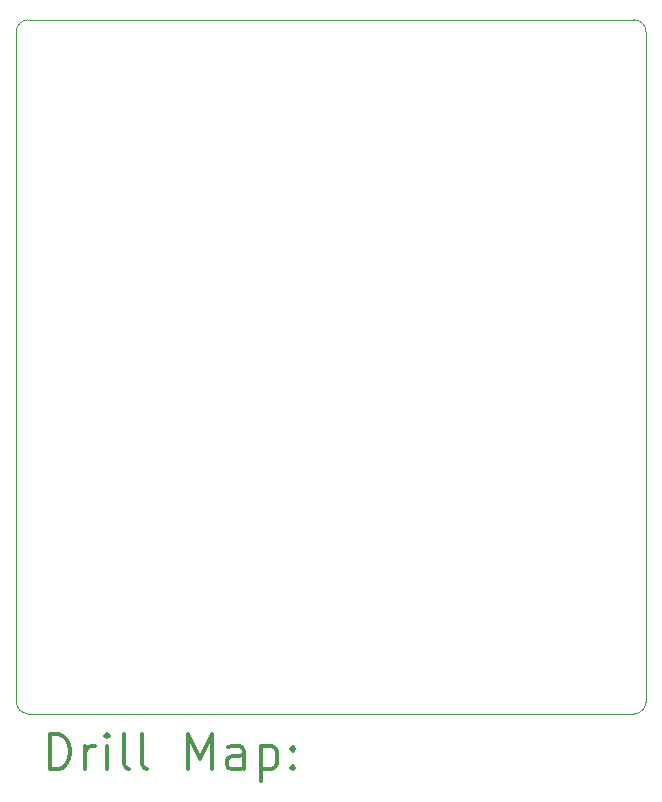
<source format=gbr>
%FSLAX45Y45*%
G04 Gerber Fmt 4.5, Leading zero omitted, Abs format (unit mm)*
G04 Created by KiCad (PCBNEW (5.1.6)-1) date 2021-12-03 11:19:23*
%MOMM*%
%LPD*%
G01*
G04 APERTURE LIST*
%TA.AperFunction,Profile*%
%ADD10C,0.100000*%
%TD*%
%ADD11C,0.200000*%
%ADD12C,0.300000*%
G04 APERTURE END LIST*
D10*
X7320000Y-15305000D02*
G75*
G02*
X7220000Y-15205000I0J100000D01*
G01*
X7220000Y-9530000D02*
X7220000Y-15205000D01*
X7320000Y-15305000D02*
X12450000Y-15305000D01*
X12550000Y-15205000D02*
G75*
G02*
X12450000Y-15305000I-100000J0D01*
G01*
X12550000Y-9530000D02*
X12550000Y-15205000D01*
X12450000Y-9430000D02*
G75*
G02*
X12550000Y-9530000I0J-100000D01*
G01*
X7320000Y-9430000D02*
X12450000Y-9430000D01*
X7220000Y-9530000D02*
G75*
G02*
X7320000Y-9430000I100000J0D01*
G01*
D11*
D12*
X7501428Y-15775714D02*
X7501428Y-15475714D01*
X7572857Y-15475714D01*
X7615714Y-15490000D01*
X7644286Y-15518571D01*
X7658571Y-15547143D01*
X7672857Y-15604286D01*
X7672857Y-15647143D01*
X7658571Y-15704286D01*
X7644286Y-15732857D01*
X7615714Y-15761429D01*
X7572857Y-15775714D01*
X7501428Y-15775714D01*
X7801428Y-15775714D02*
X7801428Y-15575714D01*
X7801428Y-15632857D02*
X7815714Y-15604286D01*
X7830000Y-15590000D01*
X7858571Y-15575714D01*
X7887143Y-15575714D01*
X7987143Y-15775714D02*
X7987143Y-15575714D01*
X7987143Y-15475714D02*
X7972857Y-15490000D01*
X7987143Y-15504286D01*
X8001428Y-15490000D01*
X7987143Y-15475714D01*
X7987143Y-15504286D01*
X8172857Y-15775714D02*
X8144286Y-15761429D01*
X8130000Y-15732857D01*
X8130000Y-15475714D01*
X8330000Y-15775714D02*
X8301428Y-15761429D01*
X8287143Y-15732857D01*
X8287143Y-15475714D01*
X8672857Y-15775714D02*
X8672857Y-15475714D01*
X8772857Y-15690000D01*
X8872857Y-15475714D01*
X8872857Y-15775714D01*
X9144286Y-15775714D02*
X9144286Y-15618571D01*
X9130000Y-15590000D01*
X9101428Y-15575714D01*
X9044286Y-15575714D01*
X9015714Y-15590000D01*
X9144286Y-15761429D02*
X9115714Y-15775714D01*
X9044286Y-15775714D01*
X9015714Y-15761429D01*
X9001428Y-15732857D01*
X9001428Y-15704286D01*
X9015714Y-15675714D01*
X9044286Y-15661429D01*
X9115714Y-15661429D01*
X9144286Y-15647143D01*
X9287143Y-15575714D02*
X9287143Y-15875714D01*
X9287143Y-15590000D02*
X9315714Y-15575714D01*
X9372857Y-15575714D01*
X9401428Y-15590000D01*
X9415714Y-15604286D01*
X9430000Y-15632857D01*
X9430000Y-15718571D01*
X9415714Y-15747143D01*
X9401428Y-15761429D01*
X9372857Y-15775714D01*
X9315714Y-15775714D01*
X9287143Y-15761429D01*
X9558571Y-15747143D02*
X9572857Y-15761429D01*
X9558571Y-15775714D01*
X9544286Y-15761429D01*
X9558571Y-15747143D01*
X9558571Y-15775714D01*
X9558571Y-15590000D02*
X9572857Y-15604286D01*
X9558571Y-15618571D01*
X9544286Y-15604286D01*
X9558571Y-15590000D01*
X9558571Y-15618571D01*
M02*

</source>
